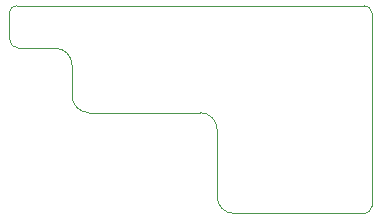
<source format=gbp>
G04 #@! TF.GenerationSoftware,KiCad,Pcbnew,5.0.1*
G04 #@! TF.CreationDate,2019-10-25T23:16:08+02:00*
G04 #@! TF.ProjectId,OtterPill-CAN,4F7474657250696C6C2D43414E2E6B69,rev?*
G04 #@! TF.SameCoordinates,Original*
G04 #@! TF.FileFunction,Paste,Bot*
G04 #@! TF.FilePolarity,Positive*
%FSLAX46Y46*%
G04 Gerber Fmt 4.6, Leading zero omitted, Abs format (unit mm)*
G04 Created by KiCad (PCBNEW 5.0.1) date Fri 25 Oct 2019 11:16:08 PM CEST*
%MOMM*%
%LPD*%
G01*
G04 APERTURE LIST*
%ADD10C,0.050000*%
G04 APERTURE END LIST*
D10*
X63200000Y-36790000D02*
G75*
G02X62590000Y-37400000I-610000J0D01*
G01*
X62590000Y-19800000D02*
G75*
G02X63200000Y-20410000I0J-610000D01*
G01*
X32530000Y-20410000D02*
G75*
G02X33140000Y-19800000I610000J0D01*
G01*
X33320000Y-23405246D02*
X36404426Y-23405246D01*
X32530000Y-22615246D02*
G75*
G03X33320000Y-23405246I790000J0D01*
G01*
X37834459Y-24835279D02*
G75*
G03X36404426Y-23405246I-1430033J0D01*
G01*
X37834459Y-27430000D02*
X37834459Y-24835279D01*
X50115574Y-35969966D02*
G75*
G03X51545608Y-37400000I1430034J0D01*
G01*
X37834459Y-27430000D02*
G75*
G03X39264493Y-28860034I1430034J0D01*
G01*
X48690000Y-28860000D02*
X39260000Y-28860000D01*
X50115574Y-30290034D02*
G75*
G03X48685540Y-28860000I-1430034J0D01*
G01*
X50115574Y-35964754D02*
X50115574Y-30294754D01*
X32530000Y-20410000D02*
X32530000Y-22615246D01*
X62590000Y-19800000D02*
X33140000Y-19800000D01*
X63200000Y-20400000D02*
X63200000Y-36790000D01*
X51540000Y-37400000D02*
X62600000Y-37400000D01*
M02*

</source>
